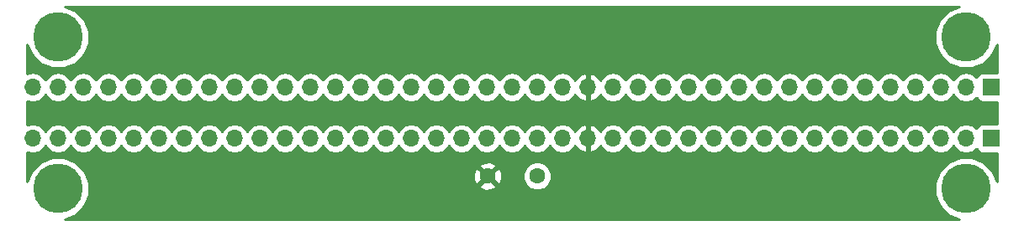
<source format=gbl>
G04 #@! TF.FileFunction,Copper,L2,Bot,Signal*
%FSLAX46Y46*%
G04 Gerber Fmt 4.6, Leading zero omitted, Abs format (unit mm)*
G04 Created by KiCad (PCBNEW 4.0.7) date 01/27/20 16:21:50*
%MOMM*%
%LPD*%
G01*
G04 APERTURE LIST*
%ADD10C,0.100000*%
%ADD11C,5.000000*%
%ADD12R,1.700000X1.700000*%
%ADD13O,1.700000X1.700000*%
%ADD14C,1.600000*%
%ADD15C,0.254000*%
G04 APERTURE END LIST*
D10*
D11*
X101600000Y-98960000D03*
X193040000Y-98960000D03*
X193040000Y-114300000D03*
X101600000Y-114300000D03*
D12*
X195580000Y-109220000D03*
D13*
X193040000Y-109220000D03*
X190500000Y-109220000D03*
X187960000Y-109220000D03*
X185420000Y-109220000D03*
X182880000Y-109220000D03*
X180340000Y-109220000D03*
X177800000Y-109220000D03*
X175260000Y-109220000D03*
X172720000Y-109220000D03*
X170180000Y-109220000D03*
X167640000Y-109220000D03*
X165100000Y-109220000D03*
X162560000Y-109220000D03*
X160020000Y-109220000D03*
X157480000Y-109220000D03*
X154940000Y-109220000D03*
X152400000Y-109220000D03*
X149860000Y-109220000D03*
X147320000Y-109220000D03*
X144780000Y-109220000D03*
X142240000Y-109220000D03*
X139700000Y-109220000D03*
X137160000Y-109220000D03*
X134620000Y-109220000D03*
X132080000Y-109220000D03*
X129540000Y-109220000D03*
X127000000Y-109220000D03*
X124460000Y-109220000D03*
X121920000Y-109220000D03*
X119380000Y-109220000D03*
X116840000Y-109220000D03*
X114300000Y-109220000D03*
X111760000Y-109220000D03*
X109220000Y-109220000D03*
X106680000Y-109220000D03*
X104140000Y-109220000D03*
X101600000Y-109220000D03*
X99060000Y-109220000D03*
D14*
X149860000Y-113030000D03*
X144860000Y-113030000D03*
D12*
X195580000Y-104040000D03*
D13*
X193040000Y-104040000D03*
X190500000Y-104040000D03*
X187960000Y-104040000D03*
X185420000Y-104040000D03*
X182880000Y-104040000D03*
X180340000Y-104040000D03*
X177800000Y-104040000D03*
X175260000Y-104040000D03*
X172720000Y-104040000D03*
X170180000Y-104040000D03*
X167640000Y-104040000D03*
X165100000Y-104040000D03*
X162560000Y-104040000D03*
X160020000Y-104040000D03*
X157480000Y-104040000D03*
X154940000Y-104040000D03*
X152400000Y-104040000D03*
X149860000Y-104040000D03*
X147320000Y-104040000D03*
X144780000Y-104040000D03*
X142240000Y-104040000D03*
X139700000Y-104040000D03*
X137160000Y-104040000D03*
X134620000Y-104040000D03*
X132080000Y-104040000D03*
X129540000Y-104040000D03*
X127000000Y-104040000D03*
X124460000Y-104040000D03*
X121920000Y-104040000D03*
X119380000Y-104040000D03*
X116840000Y-104040000D03*
X114300000Y-104040000D03*
X111760000Y-104040000D03*
X109220000Y-104040000D03*
X106680000Y-104040000D03*
X104140000Y-104040000D03*
X101600000Y-104040000D03*
X99060000Y-104040000D03*
D15*
G36*
X191266485Y-96300727D02*
X190383826Y-97181847D01*
X189905546Y-98333674D01*
X189904457Y-99580854D01*
X190380727Y-100733515D01*
X191261847Y-101616174D01*
X192413674Y-102094454D01*
X193660854Y-102095543D01*
X194813515Y-101619273D01*
X195696174Y-100738153D01*
X196140000Y-99669301D01*
X196140000Y-102542560D01*
X194730000Y-102542560D01*
X194494683Y-102586838D01*
X194278559Y-102725910D01*
X194133569Y-102938110D01*
X194119914Y-103005541D01*
X194090054Y-102960853D01*
X193608285Y-102638946D01*
X193040000Y-102525907D01*
X192471715Y-102638946D01*
X191989946Y-102960853D01*
X191770000Y-103290026D01*
X191550054Y-102960853D01*
X191068285Y-102638946D01*
X190500000Y-102525907D01*
X189931715Y-102638946D01*
X189449946Y-102960853D01*
X189230000Y-103290026D01*
X189010054Y-102960853D01*
X188528285Y-102638946D01*
X187960000Y-102525907D01*
X187391715Y-102638946D01*
X186909946Y-102960853D01*
X186690000Y-103290026D01*
X186470054Y-102960853D01*
X185988285Y-102638946D01*
X185420000Y-102525907D01*
X184851715Y-102638946D01*
X184369946Y-102960853D01*
X184150000Y-103290026D01*
X183930054Y-102960853D01*
X183448285Y-102638946D01*
X182880000Y-102525907D01*
X182311715Y-102638946D01*
X181829946Y-102960853D01*
X181610000Y-103290026D01*
X181390054Y-102960853D01*
X180908285Y-102638946D01*
X180340000Y-102525907D01*
X179771715Y-102638946D01*
X179289946Y-102960853D01*
X179070000Y-103290026D01*
X178850054Y-102960853D01*
X178368285Y-102638946D01*
X177800000Y-102525907D01*
X177231715Y-102638946D01*
X176749946Y-102960853D01*
X176530000Y-103290026D01*
X176310054Y-102960853D01*
X175828285Y-102638946D01*
X175260000Y-102525907D01*
X174691715Y-102638946D01*
X174209946Y-102960853D01*
X173990000Y-103290026D01*
X173770054Y-102960853D01*
X173288285Y-102638946D01*
X172720000Y-102525907D01*
X172151715Y-102638946D01*
X171669946Y-102960853D01*
X171450000Y-103290026D01*
X171230054Y-102960853D01*
X170748285Y-102638946D01*
X170180000Y-102525907D01*
X169611715Y-102638946D01*
X169129946Y-102960853D01*
X168910000Y-103290026D01*
X168690054Y-102960853D01*
X168208285Y-102638946D01*
X167640000Y-102525907D01*
X167071715Y-102638946D01*
X166589946Y-102960853D01*
X166370000Y-103290026D01*
X166150054Y-102960853D01*
X165668285Y-102638946D01*
X165100000Y-102525907D01*
X164531715Y-102638946D01*
X164049946Y-102960853D01*
X163830000Y-103290026D01*
X163610054Y-102960853D01*
X163128285Y-102638946D01*
X162560000Y-102525907D01*
X161991715Y-102638946D01*
X161509946Y-102960853D01*
X161290000Y-103290026D01*
X161070054Y-102960853D01*
X160588285Y-102638946D01*
X160020000Y-102525907D01*
X159451715Y-102638946D01*
X158969946Y-102960853D01*
X158750000Y-103290026D01*
X158530054Y-102960853D01*
X158048285Y-102638946D01*
X157480000Y-102525907D01*
X156911715Y-102638946D01*
X156429946Y-102960853D01*
X156202298Y-103301553D01*
X156135183Y-103158642D01*
X155706924Y-102768355D01*
X155296890Y-102598524D01*
X155067000Y-102719845D01*
X155067000Y-103913000D01*
X155087000Y-103913000D01*
X155087000Y-104167000D01*
X155067000Y-104167000D01*
X155067000Y-105360155D01*
X155296890Y-105481476D01*
X155706924Y-105311645D01*
X156135183Y-104921358D01*
X156202298Y-104778447D01*
X156429946Y-105119147D01*
X156911715Y-105441054D01*
X157480000Y-105554093D01*
X158048285Y-105441054D01*
X158530054Y-105119147D01*
X158750000Y-104789974D01*
X158969946Y-105119147D01*
X159451715Y-105441054D01*
X160020000Y-105554093D01*
X160588285Y-105441054D01*
X161070054Y-105119147D01*
X161290000Y-104789974D01*
X161509946Y-105119147D01*
X161991715Y-105441054D01*
X162560000Y-105554093D01*
X163128285Y-105441054D01*
X163610054Y-105119147D01*
X163830000Y-104789974D01*
X164049946Y-105119147D01*
X164531715Y-105441054D01*
X165100000Y-105554093D01*
X165668285Y-105441054D01*
X166150054Y-105119147D01*
X166370000Y-104789974D01*
X166589946Y-105119147D01*
X167071715Y-105441054D01*
X167640000Y-105554093D01*
X168208285Y-105441054D01*
X168690054Y-105119147D01*
X168910000Y-104789974D01*
X169129946Y-105119147D01*
X169611715Y-105441054D01*
X170180000Y-105554093D01*
X170748285Y-105441054D01*
X171230054Y-105119147D01*
X171450000Y-104789974D01*
X171669946Y-105119147D01*
X172151715Y-105441054D01*
X172720000Y-105554093D01*
X173288285Y-105441054D01*
X173770054Y-105119147D01*
X173990000Y-104789974D01*
X174209946Y-105119147D01*
X174691715Y-105441054D01*
X175260000Y-105554093D01*
X175828285Y-105441054D01*
X176310054Y-105119147D01*
X176530000Y-104789974D01*
X176749946Y-105119147D01*
X177231715Y-105441054D01*
X177800000Y-105554093D01*
X178368285Y-105441054D01*
X178850054Y-105119147D01*
X179070000Y-104789974D01*
X179289946Y-105119147D01*
X179771715Y-105441054D01*
X180340000Y-105554093D01*
X180908285Y-105441054D01*
X181390054Y-105119147D01*
X181610000Y-104789974D01*
X181829946Y-105119147D01*
X182311715Y-105441054D01*
X182880000Y-105554093D01*
X183448285Y-105441054D01*
X183930054Y-105119147D01*
X184150000Y-104789974D01*
X184369946Y-105119147D01*
X184851715Y-105441054D01*
X185420000Y-105554093D01*
X185988285Y-105441054D01*
X186470054Y-105119147D01*
X186690000Y-104789974D01*
X186909946Y-105119147D01*
X187391715Y-105441054D01*
X187960000Y-105554093D01*
X188528285Y-105441054D01*
X189010054Y-105119147D01*
X189230000Y-104789974D01*
X189449946Y-105119147D01*
X189931715Y-105441054D01*
X190500000Y-105554093D01*
X191068285Y-105441054D01*
X191550054Y-105119147D01*
X191770000Y-104789974D01*
X191989946Y-105119147D01*
X192471715Y-105441054D01*
X193040000Y-105554093D01*
X193608285Y-105441054D01*
X194090054Y-105119147D01*
X194117850Y-105077548D01*
X194126838Y-105125317D01*
X194265910Y-105341441D01*
X194478110Y-105486431D01*
X194730000Y-105537440D01*
X196140000Y-105537440D01*
X196140000Y-107722560D01*
X194730000Y-107722560D01*
X194494683Y-107766838D01*
X194278559Y-107905910D01*
X194133569Y-108118110D01*
X194119914Y-108185541D01*
X194090054Y-108140853D01*
X193608285Y-107818946D01*
X193040000Y-107705907D01*
X192471715Y-107818946D01*
X191989946Y-108140853D01*
X191770000Y-108470026D01*
X191550054Y-108140853D01*
X191068285Y-107818946D01*
X190500000Y-107705907D01*
X189931715Y-107818946D01*
X189449946Y-108140853D01*
X189230000Y-108470026D01*
X189010054Y-108140853D01*
X188528285Y-107818946D01*
X187960000Y-107705907D01*
X187391715Y-107818946D01*
X186909946Y-108140853D01*
X186690000Y-108470026D01*
X186470054Y-108140853D01*
X185988285Y-107818946D01*
X185420000Y-107705907D01*
X184851715Y-107818946D01*
X184369946Y-108140853D01*
X184150000Y-108470026D01*
X183930054Y-108140853D01*
X183448285Y-107818946D01*
X182880000Y-107705907D01*
X182311715Y-107818946D01*
X181829946Y-108140853D01*
X181610000Y-108470026D01*
X181390054Y-108140853D01*
X180908285Y-107818946D01*
X180340000Y-107705907D01*
X179771715Y-107818946D01*
X179289946Y-108140853D01*
X179070000Y-108470026D01*
X178850054Y-108140853D01*
X178368285Y-107818946D01*
X177800000Y-107705907D01*
X177231715Y-107818946D01*
X176749946Y-108140853D01*
X176530000Y-108470026D01*
X176310054Y-108140853D01*
X175828285Y-107818946D01*
X175260000Y-107705907D01*
X174691715Y-107818946D01*
X174209946Y-108140853D01*
X173990000Y-108470026D01*
X173770054Y-108140853D01*
X173288285Y-107818946D01*
X172720000Y-107705907D01*
X172151715Y-107818946D01*
X171669946Y-108140853D01*
X171450000Y-108470026D01*
X171230054Y-108140853D01*
X170748285Y-107818946D01*
X170180000Y-107705907D01*
X169611715Y-107818946D01*
X169129946Y-108140853D01*
X168910000Y-108470026D01*
X168690054Y-108140853D01*
X168208285Y-107818946D01*
X167640000Y-107705907D01*
X167071715Y-107818946D01*
X166589946Y-108140853D01*
X166370000Y-108470026D01*
X166150054Y-108140853D01*
X165668285Y-107818946D01*
X165100000Y-107705907D01*
X164531715Y-107818946D01*
X164049946Y-108140853D01*
X163830000Y-108470026D01*
X163610054Y-108140853D01*
X163128285Y-107818946D01*
X162560000Y-107705907D01*
X161991715Y-107818946D01*
X161509946Y-108140853D01*
X161290000Y-108470026D01*
X161070054Y-108140853D01*
X160588285Y-107818946D01*
X160020000Y-107705907D01*
X159451715Y-107818946D01*
X158969946Y-108140853D01*
X158750000Y-108470026D01*
X158530054Y-108140853D01*
X158048285Y-107818946D01*
X157480000Y-107705907D01*
X156911715Y-107818946D01*
X156429946Y-108140853D01*
X156202298Y-108481553D01*
X156135183Y-108338642D01*
X155706924Y-107948355D01*
X155296890Y-107778524D01*
X155067000Y-107899845D01*
X155067000Y-109093000D01*
X155087000Y-109093000D01*
X155087000Y-109347000D01*
X155067000Y-109347000D01*
X155067000Y-110540155D01*
X155296890Y-110661476D01*
X155706924Y-110491645D01*
X156135183Y-110101358D01*
X156202298Y-109958447D01*
X156429946Y-110299147D01*
X156911715Y-110621054D01*
X157480000Y-110734093D01*
X158048285Y-110621054D01*
X158530054Y-110299147D01*
X158750000Y-109969974D01*
X158969946Y-110299147D01*
X159451715Y-110621054D01*
X160020000Y-110734093D01*
X160588285Y-110621054D01*
X161070054Y-110299147D01*
X161290000Y-109969974D01*
X161509946Y-110299147D01*
X161991715Y-110621054D01*
X162560000Y-110734093D01*
X163128285Y-110621054D01*
X163610054Y-110299147D01*
X163830000Y-109969974D01*
X164049946Y-110299147D01*
X164531715Y-110621054D01*
X165100000Y-110734093D01*
X165668285Y-110621054D01*
X166150054Y-110299147D01*
X166370000Y-109969974D01*
X166589946Y-110299147D01*
X167071715Y-110621054D01*
X167640000Y-110734093D01*
X168208285Y-110621054D01*
X168690054Y-110299147D01*
X168910000Y-109969974D01*
X169129946Y-110299147D01*
X169611715Y-110621054D01*
X170180000Y-110734093D01*
X170748285Y-110621054D01*
X171230054Y-110299147D01*
X171450000Y-109969974D01*
X171669946Y-110299147D01*
X172151715Y-110621054D01*
X172720000Y-110734093D01*
X173288285Y-110621054D01*
X173770054Y-110299147D01*
X173990000Y-109969974D01*
X174209946Y-110299147D01*
X174691715Y-110621054D01*
X175260000Y-110734093D01*
X175828285Y-110621054D01*
X176310054Y-110299147D01*
X176530000Y-109969974D01*
X176749946Y-110299147D01*
X177231715Y-110621054D01*
X177800000Y-110734093D01*
X178368285Y-110621054D01*
X178850054Y-110299147D01*
X179070000Y-109969974D01*
X179289946Y-110299147D01*
X179771715Y-110621054D01*
X180340000Y-110734093D01*
X180908285Y-110621054D01*
X181390054Y-110299147D01*
X181610000Y-109969974D01*
X181829946Y-110299147D01*
X182311715Y-110621054D01*
X182880000Y-110734093D01*
X183448285Y-110621054D01*
X183930054Y-110299147D01*
X184150000Y-109969974D01*
X184369946Y-110299147D01*
X184851715Y-110621054D01*
X185420000Y-110734093D01*
X185988285Y-110621054D01*
X186470054Y-110299147D01*
X186690000Y-109969974D01*
X186909946Y-110299147D01*
X187391715Y-110621054D01*
X187960000Y-110734093D01*
X188528285Y-110621054D01*
X189010054Y-110299147D01*
X189230000Y-109969974D01*
X189449946Y-110299147D01*
X189931715Y-110621054D01*
X190500000Y-110734093D01*
X191068285Y-110621054D01*
X191550054Y-110299147D01*
X191770000Y-109969974D01*
X191989946Y-110299147D01*
X192471715Y-110621054D01*
X193040000Y-110734093D01*
X193608285Y-110621054D01*
X194090054Y-110299147D01*
X194117850Y-110257548D01*
X194126838Y-110305317D01*
X194265910Y-110521441D01*
X194478110Y-110666431D01*
X194730000Y-110717440D01*
X196140000Y-110717440D01*
X196140000Y-113593125D01*
X195699273Y-112526485D01*
X194818153Y-111643826D01*
X193666326Y-111165546D01*
X192419146Y-111164457D01*
X191266485Y-111640727D01*
X190383826Y-112521847D01*
X189905546Y-113673674D01*
X189904457Y-114920854D01*
X190380727Y-116073515D01*
X191261847Y-116956174D01*
X192330699Y-117400000D01*
X102306875Y-117400000D01*
X103373515Y-116959273D01*
X104256174Y-116078153D01*
X104734454Y-114926326D01*
X104735229Y-114037745D01*
X144031861Y-114037745D01*
X144105995Y-114283864D01*
X144643223Y-114476965D01*
X145213454Y-114449778D01*
X145614005Y-114283864D01*
X145688139Y-114037745D01*
X144860000Y-113209605D01*
X144031861Y-114037745D01*
X104735229Y-114037745D01*
X104735543Y-113679146D01*
X104377751Y-112813223D01*
X143413035Y-112813223D01*
X143440222Y-113383454D01*
X143606136Y-113784005D01*
X143852255Y-113858139D01*
X144680395Y-113030000D01*
X145039605Y-113030000D01*
X145867745Y-113858139D01*
X146113864Y-113784005D01*
X146282735Y-113314187D01*
X148424752Y-113314187D01*
X148642757Y-113841800D01*
X149046077Y-114245824D01*
X149573309Y-114464750D01*
X150144187Y-114465248D01*
X150671800Y-114247243D01*
X151075824Y-113843923D01*
X151294750Y-113316691D01*
X151295248Y-112745813D01*
X151077243Y-112218200D01*
X150673923Y-111814176D01*
X150146691Y-111595250D01*
X149575813Y-111594752D01*
X149048200Y-111812757D01*
X148644176Y-112216077D01*
X148425250Y-112743309D01*
X148424752Y-113314187D01*
X146282735Y-113314187D01*
X146306965Y-113246777D01*
X146279778Y-112676546D01*
X146113864Y-112275995D01*
X145867745Y-112201861D01*
X145039605Y-113030000D01*
X144680395Y-113030000D01*
X143852255Y-112201861D01*
X143606136Y-112275995D01*
X143413035Y-112813223D01*
X104377751Y-112813223D01*
X104259273Y-112526485D01*
X103755923Y-112022255D01*
X144031861Y-112022255D01*
X144860000Y-112850395D01*
X145688139Y-112022255D01*
X145614005Y-111776136D01*
X145076777Y-111583035D01*
X144506546Y-111610222D01*
X144105995Y-111776136D01*
X144031861Y-112022255D01*
X103755923Y-112022255D01*
X103378153Y-111643826D01*
X102226326Y-111165546D01*
X100979146Y-111164457D01*
X99826485Y-111640727D01*
X98943826Y-112521847D01*
X98500000Y-113590699D01*
X98500000Y-110622702D01*
X99060000Y-110734093D01*
X99628285Y-110621054D01*
X100110054Y-110299147D01*
X100330000Y-109969974D01*
X100549946Y-110299147D01*
X101031715Y-110621054D01*
X101600000Y-110734093D01*
X102168285Y-110621054D01*
X102650054Y-110299147D01*
X102870000Y-109969974D01*
X103089946Y-110299147D01*
X103571715Y-110621054D01*
X104140000Y-110734093D01*
X104708285Y-110621054D01*
X105190054Y-110299147D01*
X105410000Y-109969974D01*
X105629946Y-110299147D01*
X106111715Y-110621054D01*
X106680000Y-110734093D01*
X107248285Y-110621054D01*
X107730054Y-110299147D01*
X107950000Y-109969974D01*
X108169946Y-110299147D01*
X108651715Y-110621054D01*
X109220000Y-110734093D01*
X109788285Y-110621054D01*
X110270054Y-110299147D01*
X110490000Y-109969974D01*
X110709946Y-110299147D01*
X111191715Y-110621054D01*
X111760000Y-110734093D01*
X112328285Y-110621054D01*
X112810054Y-110299147D01*
X113030000Y-109969974D01*
X113249946Y-110299147D01*
X113731715Y-110621054D01*
X114300000Y-110734093D01*
X114868285Y-110621054D01*
X115350054Y-110299147D01*
X115570000Y-109969974D01*
X115789946Y-110299147D01*
X116271715Y-110621054D01*
X116840000Y-110734093D01*
X117408285Y-110621054D01*
X117890054Y-110299147D01*
X118110000Y-109969974D01*
X118329946Y-110299147D01*
X118811715Y-110621054D01*
X119380000Y-110734093D01*
X119948285Y-110621054D01*
X120430054Y-110299147D01*
X120650000Y-109969974D01*
X120869946Y-110299147D01*
X121351715Y-110621054D01*
X121920000Y-110734093D01*
X122488285Y-110621054D01*
X122970054Y-110299147D01*
X123190000Y-109969974D01*
X123409946Y-110299147D01*
X123891715Y-110621054D01*
X124460000Y-110734093D01*
X125028285Y-110621054D01*
X125510054Y-110299147D01*
X125730000Y-109969974D01*
X125949946Y-110299147D01*
X126431715Y-110621054D01*
X127000000Y-110734093D01*
X127568285Y-110621054D01*
X128050054Y-110299147D01*
X128270000Y-109969974D01*
X128489946Y-110299147D01*
X128971715Y-110621054D01*
X129540000Y-110734093D01*
X130108285Y-110621054D01*
X130590054Y-110299147D01*
X130810000Y-109969974D01*
X131029946Y-110299147D01*
X131511715Y-110621054D01*
X132080000Y-110734093D01*
X132648285Y-110621054D01*
X133130054Y-110299147D01*
X133350000Y-109969974D01*
X133569946Y-110299147D01*
X134051715Y-110621054D01*
X134620000Y-110734093D01*
X135188285Y-110621054D01*
X135670054Y-110299147D01*
X135890000Y-109969974D01*
X136109946Y-110299147D01*
X136591715Y-110621054D01*
X137160000Y-110734093D01*
X137728285Y-110621054D01*
X138210054Y-110299147D01*
X138430000Y-109969974D01*
X138649946Y-110299147D01*
X139131715Y-110621054D01*
X139700000Y-110734093D01*
X140268285Y-110621054D01*
X140750054Y-110299147D01*
X140970000Y-109969974D01*
X141189946Y-110299147D01*
X141671715Y-110621054D01*
X142240000Y-110734093D01*
X142808285Y-110621054D01*
X143290054Y-110299147D01*
X143510000Y-109969974D01*
X143729946Y-110299147D01*
X144211715Y-110621054D01*
X144780000Y-110734093D01*
X145348285Y-110621054D01*
X145830054Y-110299147D01*
X146050000Y-109969974D01*
X146269946Y-110299147D01*
X146751715Y-110621054D01*
X147320000Y-110734093D01*
X147888285Y-110621054D01*
X148370054Y-110299147D01*
X148590000Y-109969974D01*
X148809946Y-110299147D01*
X149291715Y-110621054D01*
X149860000Y-110734093D01*
X150428285Y-110621054D01*
X150910054Y-110299147D01*
X151130000Y-109969974D01*
X151349946Y-110299147D01*
X151831715Y-110621054D01*
X152400000Y-110734093D01*
X152968285Y-110621054D01*
X153450054Y-110299147D01*
X153677702Y-109958447D01*
X153744817Y-110101358D01*
X154173076Y-110491645D01*
X154583110Y-110661476D01*
X154813000Y-110540155D01*
X154813000Y-109347000D01*
X154793000Y-109347000D01*
X154793000Y-109093000D01*
X154813000Y-109093000D01*
X154813000Y-107899845D01*
X154583110Y-107778524D01*
X154173076Y-107948355D01*
X153744817Y-108338642D01*
X153677702Y-108481553D01*
X153450054Y-108140853D01*
X152968285Y-107818946D01*
X152400000Y-107705907D01*
X151831715Y-107818946D01*
X151349946Y-108140853D01*
X151130000Y-108470026D01*
X150910054Y-108140853D01*
X150428285Y-107818946D01*
X149860000Y-107705907D01*
X149291715Y-107818946D01*
X148809946Y-108140853D01*
X148590000Y-108470026D01*
X148370054Y-108140853D01*
X147888285Y-107818946D01*
X147320000Y-107705907D01*
X146751715Y-107818946D01*
X146269946Y-108140853D01*
X146050000Y-108470026D01*
X145830054Y-108140853D01*
X145348285Y-107818946D01*
X144780000Y-107705907D01*
X144211715Y-107818946D01*
X143729946Y-108140853D01*
X143510000Y-108470026D01*
X143290054Y-108140853D01*
X142808285Y-107818946D01*
X142240000Y-107705907D01*
X141671715Y-107818946D01*
X141189946Y-108140853D01*
X140970000Y-108470026D01*
X140750054Y-108140853D01*
X140268285Y-107818946D01*
X139700000Y-107705907D01*
X139131715Y-107818946D01*
X138649946Y-108140853D01*
X138430000Y-108470026D01*
X138210054Y-108140853D01*
X137728285Y-107818946D01*
X137160000Y-107705907D01*
X136591715Y-107818946D01*
X136109946Y-108140853D01*
X135890000Y-108470026D01*
X135670054Y-108140853D01*
X135188285Y-107818946D01*
X134620000Y-107705907D01*
X134051715Y-107818946D01*
X133569946Y-108140853D01*
X133350000Y-108470026D01*
X133130054Y-108140853D01*
X132648285Y-107818946D01*
X132080000Y-107705907D01*
X131511715Y-107818946D01*
X131029946Y-108140853D01*
X130810000Y-108470026D01*
X130590054Y-108140853D01*
X130108285Y-107818946D01*
X129540000Y-107705907D01*
X128971715Y-107818946D01*
X128489946Y-108140853D01*
X128270000Y-108470026D01*
X128050054Y-108140853D01*
X127568285Y-107818946D01*
X127000000Y-107705907D01*
X126431715Y-107818946D01*
X125949946Y-108140853D01*
X125730000Y-108470026D01*
X125510054Y-108140853D01*
X125028285Y-107818946D01*
X124460000Y-107705907D01*
X123891715Y-107818946D01*
X123409946Y-108140853D01*
X123190000Y-108470026D01*
X122970054Y-108140853D01*
X122488285Y-107818946D01*
X121920000Y-107705907D01*
X121351715Y-107818946D01*
X120869946Y-108140853D01*
X120650000Y-108470026D01*
X120430054Y-108140853D01*
X119948285Y-107818946D01*
X119380000Y-107705907D01*
X118811715Y-107818946D01*
X118329946Y-108140853D01*
X118110000Y-108470026D01*
X117890054Y-108140853D01*
X117408285Y-107818946D01*
X116840000Y-107705907D01*
X116271715Y-107818946D01*
X115789946Y-108140853D01*
X115570000Y-108470026D01*
X115350054Y-108140853D01*
X114868285Y-107818946D01*
X114300000Y-107705907D01*
X113731715Y-107818946D01*
X113249946Y-108140853D01*
X113030000Y-108470026D01*
X112810054Y-108140853D01*
X112328285Y-107818946D01*
X111760000Y-107705907D01*
X111191715Y-107818946D01*
X110709946Y-108140853D01*
X110490000Y-108470026D01*
X110270054Y-108140853D01*
X109788285Y-107818946D01*
X109220000Y-107705907D01*
X108651715Y-107818946D01*
X108169946Y-108140853D01*
X107950000Y-108470026D01*
X107730054Y-108140853D01*
X107248285Y-107818946D01*
X106680000Y-107705907D01*
X106111715Y-107818946D01*
X105629946Y-108140853D01*
X105410000Y-108470026D01*
X105190054Y-108140853D01*
X104708285Y-107818946D01*
X104140000Y-107705907D01*
X103571715Y-107818946D01*
X103089946Y-108140853D01*
X102870000Y-108470026D01*
X102650054Y-108140853D01*
X102168285Y-107818946D01*
X101600000Y-107705907D01*
X101031715Y-107818946D01*
X100549946Y-108140853D01*
X100330000Y-108470026D01*
X100110054Y-108140853D01*
X99628285Y-107818946D01*
X99060000Y-107705907D01*
X98500000Y-107817298D01*
X98500000Y-105442702D01*
X99060000Y-105554093D01*
X99628285Y-105441054D01*
X100110054Y-105119147D01*
X100330000Y-104789974D01*
X100549946Y-105119147D01*
X101031715Y-105441054D01*
X101600000Y-105554093D01*
X102168285Y-105441054D01*
X102650054Y-105119147D01*
X102870000Y-104789974D01*
X103089946Y-105119147D01*
X103571715Y-105441054D01*
X104140000Y-105554093D01*
X104708285Y-105441054D01*
X105190054Y-105119147D01*
X105410000Y-104789974D01*
X105629946Y-105119147D01*
X106111715Y-105441054D01*
X106680000Y-105554093D01*
X107248285Y-105441054D01*
X107730054Y-105119147D01*
X107950000Y-104789974D01*
X108169946Y-105119147D01*
X108651715Y-105441054D01*
X109220000Y-105554093D01*
X109788285Y-105441054D01*
X110270054Y-105119147D01*
X110490000Y-104789974D01*
X110709946Y-105119147D01*
X111191715Y-105441054D01*
X111760000Y-105554093D01*
X112328285Y-105441054D01*
X112810054Y-105119147D01*
X113030000Y-104789974D01*
X113249946Y-105119147D01*
X113731715Y-105441054D01*
X114300000Y-105554093D01*
X114868285Y-105441054D01*
X115350054Y-105119147D01*
X115570000Y-104789974D01*
X115789946Y-105119147D01*
X116271715Y-105441054D01*
X116840000Y-105554093D01*
X117408285Y-105441054D01*
X117890054Y-105119147D01*
X118110000Y-104789974D01*
X118329946Y-105119147D01*
X118811715Y-105441054D01*
X119380000Y-105554093D01*
X119948285Y-105441054D01*
X120430054Y-105119147D01*
X120650000Y-104789974D01*
X120869946Y-105119147D01*
X121351715Y-105441054D01*
X121920000Y-105554093D01*
X122488285Y-105441054D01*
X122970054Y-105119147D01*
X123190000Y-104789974D01*
X123409946Y-105119147D01*
X123891715Y-105441054D01*
X124460000Y-105554093D01*
X125028285Y-105441054D01*
X125510054Y-105119147D01*
X125730000Y-104789974D01*
X125949946Y-105119147D01*
X126431715Y-105441054D01*
X127000000Y-105554093D01*
X127568285Y-105441054D01*
X128050054Y-105119147D01*
X128270000Y-104789974D01*
X128489946Y-105119147D01*
X128971715Y-105441054D01*
X129540000Y-105554093D01*
X130108285Y-105441054D01*
X130590054Y-105119147D01*
X130810000Y-104789974D01*
X131029946Y-105119147D01*
X131511715Y-105441054D01*
X132080000Y-105554093D01*
X132648285Y-105441054D01*
X133130054Y-105119147D01*
X133350000Y-104789974D01*
X133569946Y-105119147D01*
X134051715Y-105441054D01*
X134620000Y-105554093D01*
X135188285Y-105441054D01*
X135670054Y-105119147D01*
X135890000Y-104789974D01*
X136109946Y-105119147D01*
X136591715Y-105441054D01*
X137160000Y-105554093D01*
X137728285Y-105441054D01*
X138210054Y-105119147D01*
X138430000Y-104789974D01*
X138649946Y-105119147D01*
X139131715Y-105441054D01*
X139700000Y-105554093D01*
X140268285Y-105441054D01*
X140750054Y-105119147D01*
X140970000Y-104789974D01*
X141189946Y-105119147D01*
X141671715Y-105441054D01*
X142240000Y-105554093D01*
X142808285Y-105441054D01*
X143290054Y-105119147D01*
X143510000Y-104789974D01*
X143729946Y-105119147D01*
X144211715Y-105441054D01*
X144780000Y-105554093D01*
X145348285Y-105441054D01*
X145830054Y-105119147D01*
X146050000Y-104789974D01*
X146269946Y-105119147D01*
X146751715Y-105441054D01*
X147320000Y-105554093D01*
X147888285Y-105441054D01*
X148370054Y-105119147D01*
X148590000Y-104789974D01*
X148809946Y-105119147D01*
X149291715Y-105441054D01*
X149860000Y-105554093D01*
X150428285Y-105441054D01*
X150910054Y-105119147D01*
X151130000Y-104789974D01*
X151349946Y-105119147D01*
X151831715Y-105441054D01*
X152400000Y-105554093D01*
X152968285Y-105441054D01*
X153450054Y-105119147D01*
X153677702Y-104778447D01*
X153744817Y-104921358D01*
X154173076Y-105311645D01*
X154583110Y-105481476D01*
X154813000Y-105360155D01*
X154813000Y-104167000D01*
X154793000Y-104167000D01*
X154793000Y-103913000D01*
X154813000Y-103913000D01*
X154813000Y-102719845D01*
X154583110Y-102598524D01*
X154173076Y-102768355D01*
X153744817Y-103158642D01*
X153677702Y-103301553D01*
X153450054Y-102960853D01*
X152968285Y-102638946D01*
X152400000Y-102525907D01*
X151831715Y-102638946D01*
X151349946Y-102960853D01*
X151130000Y-103290026D01*
X150910054Y-102960853D01*
X150428285Y-102638946D01*
X149860000Y-102525907D01*
X149291715Y-102638946D01*
X148809946Y-102960853D01*
X148590000Y-103290026D01*
X148370054Y-102960853D01*
X147888285Y-102638946D01*
X147320000Y-102525907D01*
X146751715Y-102638946D01*
X146269946Y-102960853D01*
X146050000Y-103290026D01*
X145830054Y-102960853D01*
X145348285Y-102638946D01*
X144780000Y-102525907D01*
X144211715Y-102638946D01*
X143729946Y-102960853D01*
X143510000Y-103290026D01*
X143290054Y-102960853D01*
X142808285Y-102638946D01*
X142240000Y-102525907D01*
X141671715Y-102638946D01*
X141189946Y-102960853D01*
X140970000Y-103290026D01*
X140750054Y-102960853D01*
X140268285Y-102638946D01*
X139700000Y-102525907D01*
X139131715Y-102638946D01*
X138649946Y-102960853D01*
X138430000Y-103290026D01*
X138210054Y-102960853D01*
X137728285Y-102638946D01*
X137160000Y-102525907D01*
X136591715Y-102638946D01*
X136109946Y-102960853D01*
X135890000Y-103290026D01*
X135670054Y-102960853D01*
X135188285Y-102638946D01*
X134620000Y-102525907D01*
X134051715Y-102638946D01*
X133569946Y-102960853D01*
X133350000Y-103290026D01*
X133130054Y-102960853D01*
X132648285Y-102638946D01*
X132080000Y-102525907D01*
X131511715Y-102638946D01*
X131029946Y-102960853D01*
X130810000Y-103290026D01*
X130590054Y-102960853D01*
X130108285Y-102638946D01*
X129540000Y-102525907D01*
X128971715Y-102638946D01*
X128489946Y-102960853D01*
X128270000Y-103290026D01*
X128050054Y-102960853D01*
X127568285Y-102638946D01*
X127000000Y-102525907D01*
X126431715Y-102638946D01*
X125949946Y-102960853D01*
X125730000Y-103290026D01*
X125510054Y-102960853D01*
X125028285Y-102638946D01*
X124460000Y-102525907D01*
X123891715Y-102638946D01*
X123409946Y-102960853D01*
X123190000Y-103290026D01*
X122970054Y-102960853D01*
X122488285Y-102638946D01*
X121920000Y-102525907D01*
X121351715Y-102638946D01*
X120869946Y-102960853D01*
X120650000Y-103290026D01*
X120430054Y-102960853D01*
X119948285Y-102638946D01*
X119380000Y-102525907D01*
X118811715Y-102638946D01*
X118329946Y-102960853D01*
X118110000Y-103290026D01*
X117890054Y-102960853D01*
X117408285Y-102638946D01*
X116840000Y-102525907D01*
X116271715Y-102638946D01*
X115789946Y-102960853D01*
X115570000Y-103290026D01*
X115350054Y-102960853D01*
X114868285Y-102638946D01*
X114300000Y-102525907D01*
X113731715Y-102638946D01*
X113249946Y-102960853D01*
X113030000Y-103290026D01*
X112810054Y-102960853D01*
X112328285Y-102638946D01*
X111760000Y-102525907D01*
X111191715Y-102638946D01*
X110709946Y-102960853D01*
X110490000Y-103290026D01*
X110270054Y-102960853D01*
X109788285Y-102638946D01*
X109220000Y-102525907D01*
X108651715Y-102638946D01*
X108169946Y-102960853D01*
X107950000Y-103290026D01*
X107730054Y-102960853D01*
X107248285Y-102638946D01*
X106680000Y-102525907D01*
X106111715Y-102638946D01*
X105629946Y-102960853D01*
X105410000Y-103290026D01*
X105190054Y-102960853D01*
X104708285Y-102638946D01*
X104140000Y-102525907D01*
X103571715Y-102638946D01*
X103089946Y-102960853D01*
X102870000Y-103290026D01*
X102650054Y-102960853D01*
X102168285Y-102638946D01*
X101600000Y-102525907D01*
X101031715Y-102638946D01*
X100549946Y-102960853D01*
X100330000Y-103290026D01*
X100110054Y-102960853D01*
X99628285Y-102638946D01*
X99060000Y-102525907D01*
X98500000Y-102637298D01*
X98500000Y-99666875D01*
X98940727Y-100733515D01*
X99821847Y-101616174D01*
X100973674Y-102094454D01*
X102220854Y-102095543D01*
X103373515Y-101619273D01*
X104256174Y-100738153D01*
X104734454Y-99586326D01*
X104735543Y-98339146D01*
X104259273Y-97186485D01*
X103378153Y-96303826D01*
X102309301Y-95860000D01*
X192333125Y-95860000D01*
X191266485Y-96300727D01*
X191266485Y-96300727D01*
G37*
X191266485Y-96300727D02*
X190383826Y-97181847D01*
X189905546Y-98333674D01*
X189904457Y-99580854D01*
X190380727Y-100733515D01*
X191261847Y-101616174D01*
X192413674Y-102094454D01*
X193660854Y-102095543D01*
X194813515Y-101619273D01*
X195696174Y-100738153D01*
X196140000Y-99669301D01*
X196140000Y-102542560D01*
X194730000Y-102542560D01*
X194494683Y-102586838D01*
X194278559Y-102725910D01*
X194133569Y-102938110D01*
X194119914Y-103005541D01*
X194090054Y-102960853D01*
X193608285Y-102638946D01*
X193040000Y-102525907D01*
X192471715Y-102638946D01*
X191989946Y-102960853D01*
X191770000Y-103290026D01*
X191550054Y-102960853D01*
X191068285Y-102638946D01*
X190500000Y-102525907D01*
X189931715Y-102638946D01*
X189449946Y-102960853D01*
X189230000Y-103290026D01*
X189010054Y-102960853D01*
X188528285Y-102638946D01*
X187960000Y-102525907D01*
X187391715Y-102638946D01*
X186909946Y-102960853D01*
X186690000Y-103290026D01*
X186470054Y-102960853D01*
X185988285Y-102638946D01*
X185420000Y-102525907D01*
X184851715Y-102638946D01*
X184369946Y-102960853D01*
X184150000Y-103290026D01*
X183930054Y-102960853D01*
X183448285Y-102638946D01*
X182880000Y-102525907D01*
X182311715Y-102638946D01*
X181829946Y-102960853D01*
X181610000Y-103290026D01*
X181390054Y-102960853D01*
X180908285Y-102638946D01*
X180340000Y-102525907D01*
X179771715Y-102638946D01*
X179289946Y-102960853D01*
X179070000Y-103290026D01*
X178850054Y-102960853D01*
X178368285Y-102638946D01*
X177800000Y-102525907D01*
X177231715Y-102638946D01*
X176749946Y-102960853D01*
X176530000Y-103290026D01*
X176310054Y-102960853D01*
X175828285Y-102638946D01*
X175260000Y-102525907D01*
X174691715Y-102638946D01*
X174209946Y-102960853D01*
X173990000Y-103290026D01*
X173770054Y-102960853D01*
X173288285Y-102638946D01*
X172720000Y-102525907D01*
X172151715Y-102638946D01*
X171669946Y-102960853D01*
X171450000Y-103290026D01*
X171230054Y-102960853D01*
X170748285Y-102638946D01*
X170180000Y-102525907D01*
X169611715Y-102638946D01*
X169129946Y-102960853D01*
X168910000Y-103290026D01*
X168690054Y-102960853D01*
X168208285Y-102638946D01*
X167640000Y-102525907D01*
X167071715Y-102638946D01*
X166589946Y-102960853D01*
X166370000Y-103290026D01*
X166150054Y-102960853D01*
X165668285Y-102638946D01*
X165100000Y-102525907D01*
X164531715Y-102638946D01*
X164049946Y-102960853D01*
X163830000Y-103290026D01*
X163610054Y-102960853D01*
X163128285Y-102638946D01*
X162560000Y-102525907D01*
X161991715Y-102638946D01*
X161509946Y-102960853D01*
X161290000Y-103290026D01*
X161070054Y-102960853D01*
X160588285Y-102638946D01*
X160020000Y-102525907D01*
X159451715Y-102638946D01*
X158969946Y-102960853D01*
X158750000Y-103290026D01*
X158530054Y-102960853D01*
X158048285Y-102638946D01*
X157480000Y-102525907D01*
X156911715Y-102638946D01*
X156429946Y-102960853D01*
X156202298Y-103301553D01*
X156135183Y-103158642D01*
X155706924Y-102768355D01*
X155296890Y-102598524D01*
X155067000Y-102719845D01*
X155067000Y-103913000D01*
X155087000Y-103913000D01*
X155087000Y-104167000D01*
X155067000Y-104167000D01*
X155067000Y-105360155D01*
X155296890Y-105481476D01*
X155706924Y-105311645D01*
X156135183Y-104921358D01*
X156202298Y-104778447D01*
X156429946Y-105119147D01*
X156911715Y-105441054D01*
X157480000Y-105554093D01*
X158048285Y-105441054D01*
X158530054Y-105119147D01*
X158750000Y-104789974D01*
X158969946Y-105119147D01*
X159451715Y-105441054D01*
X160020000Y-105554093D01*
X160588285Y-105441054D01*
X161070054Y-105119147D01*
X161290000Y-104789974D01*
X161509946Y-105119147D01*
X161991715Y-105441054D01*
X162560000Y-105554093D01*
X163128285Y-105441054D01*
X163610054Y-105119147D01*
X163830000Y-104789974D01*
X164049946Y-105119147D01*
X164531715Y-105441054D01*
X165100000Y-105554093D01*
X165668285Y-105441054D01*
X166150054Y-105119147D01*
X166370000Y-104789974D01*
X166589946Y-105119147D01*
X167071715Y-105441054D01*
X167640000Y-105554093D01*
X168208285Y-105441054D01*
X168690054Y-105119147D01*
X168910000Y-104789974D01*
X169129946Y-105119147D01*
X169611715Y-105441054D01*
X170180000Y-105554093D01*
X170748285Y-105441054D01*
X171230054Y-105119147D01*
X171450000Y-104789974D01*
X171669946Y-105119147D01*
X172151715Y-105441054D01*
X172720000Y-105554093D01*
X173288285Y-105441054D01*
X173770054Y-105119147D01*
X173990000Y-104789974D01*
X174209946Y-105119147D01*
X174691715Y-105441054D01*
X175260000Y-105554093D01*
X175828285Y-105441054D01*
X176310054Y-105119147D01*
X176530000Y-104789974D01*
X176749946Y-105119147D01*
X177231715Y-105441054D01*
X177800000Y-105554093D01*
X178368285Y-105441054D01*
X178850054Y-105119147D01*
X179070000Y-104789974D01*
X179289946Y-105119147D01*
X179771715Y-105441054D01*
X180340000Y-105554093D01*
X180908285Y-105441054D01*
X181390054Y-105119147D01*
X181610000Y-104789974D01*
X181829946Y-105119147D01*
X182311715Y-105441054D01*
X182880000Y-105554093D01*
X183448285Y-105441054D01*
X183930054Y-105119147D01*
X184150000Y-104789974D01*
X184369946Y-105119147D01*
X184851715Y-105441054D01*
X185420000Y-105554093D01*
X185988285Y-105441054D01*
X186470054Y-105119147D01*
X186690000Y-104789974D01*
X186909946Y-105119147D01*
X187391715Y-105441054D01*
X187960000Y-105554093D01*
X188528285Y-105441054D01*
X189010054Y-105119147D01*
X189230000Y-104789974D01*
X189449946Y-105119147D01*
X189931715Y-105441054D01*
X190500000Y-105554093D01*
X191068285Y-105441054D01*
X191550054Y-105119147D01*
X191770000Y-104789974D01*
X191989946Y-105119147D01*
X192471715Y-105441054D01*
X193040000Y-105554093D01*
X193608285Y-105441054D01*
X194090054Y-105119147D01*
X194117850Y-105077548D01*
X194126838Y-105125317D01*
X194265910Y-105341441D01*
X194478110Y-105486431D01*
X194730000Y-105537440D01*
X196140000Y-105537440D01*
X196140000Y-107722560D01*
X194730000Y-107722560D01*
X194494683Y-107766838D01*
X194278559Y-107905910D01*
X194133569Y-108118110D01*
X194119914Y-108185541D01*
X194090054Y-108140853D01*
X193608285Y-107818946D01*
X193040000Y-107705907D01*
X192471715Y-107818946D01*
X191989946Y-108140853D01*
X191770000Y-108470026D01*
X191550054Y-108140853D01*
X191068285Y-107818946D01*
X190500000Y-107705907D01*
X189931715Y-107818946D01*
X189449946Y-108140853D01*
X189230000Y-108470026D01*
X189010054Y-108140853D01*
X188528285Y-107818946D01*
X187960000Y-107705907D01*
X187391715Y-107818946D01*
X186909946Y-108140853D01*
X186690000Y-108470026D01*
X186470054Y-108140853D01*
X185988285Y-107818946D01*
X185420000Y-107705907D01*
X184851715Y-107818946D01*
X184369946Y-108140853D01*
X184150000Y-108470026D01*
X183930054Y-108140853D01*
X183448285Y-107818946D01*
X182880000Y-107705907D01*
X182311715Y-107818946D01*
X181829946Y-108140853D01*
X181610000Y-108470026D01*
X181390054Y-108140853D01*
X180908285Y-107818946D01*
X180340000Y-107705907D01*
X179771715Y-107818946D01*
X179289946Y-108140853D01*
X179070000Y-108470026D01*
X178850054Y-108140853D01*
X178368285Y-107818946D01*
X177800000Y-107705907D01*
X177231715Y-107818946D01*
X176749946Y-108140853D01*
X176530000Y-108470026D01*
X176310054Y-108140853D01*
X175828285Y-107818946D01*
X175260000Y-107705907D01*
X174691715Y-107818946D01*
X174209946Y-108140853D01*
X173990000Y-108470026D01*
X173770054Y-108140853D01*
X173288285Y-107818946D01*
X172720000Y-107705907D01*
X172151715Y-107818946D01*
X171669946Y-108140853D01*
X171450000Y-108470026D01*
X171230054Y-108140853D01*
X170748285Y-107818946D01*
X170180000Y-107705907D01*
X169611715Y-107818946D01*
X169129946Y-108140853D01*
X168910000Y-108470026D01*
X168690054Y-108140853D01*
X168208285Y-107818946D01*
X167640000Y-107705907D01*
X167071715Y-107818946D01*
X166589946Y-108140853D01*
X166370000Y-108470026D01*
X166150054Y-108140853D01*
X165668285Y-107818946D01*
X165100000Y-107705907D01*
X164531715Y-107818946D01*
X164049946Y-108140853D01*
X163830000Y-108470026D01*
X163610054Y-108140853D01*
X163128285Y-107818946D01*
X162560000Y-107705907D01*
X161991715Y-107818946D01*
X161509946Y-108140853D01*
X161290000Y-108470026D01*
X161070054Y-108140853D01*
X160588285Y-107818946D01*
X160020000Y-107705907D01*
X159451715Y-107818946D01*
X158969946Y-108140853D01*
X158750000Y-108470026D01*
X158530054Y-108140853D01*
X158048285Y-107818946D01*
X157480000Y-107705907D01*
X156911715Y-107818946D01*
X156429946Y-108140853D01*
X156202298Y-108481553D01*
X156135183Y-108338642D01*
X155706924Y-107948355D01*
X155296890Y-107778524D01*
X155067000Y-107899845D01*
X155067000Y-109093000D01*
X155087000Y-109093000D01*
X155087000Y-109347000D01*
X155067000Y-109347000D01*
X155067000Y-110540155D01*
X155296890Y-110661476D01*
X155706924Y-110491645D01*
X156135183Y-110101358D01*
X156202298Y-109958447D01*
X156429946Y-110299147D01*
X156911715Y-110621054D01*
X157480000Y-110734093D01*
X158048285Y-110621054D01*
X158530054Y-110299147D01*
X158750000Y-109969974D01*
X158969946Y-110299147D01*
X159451715Y-110621054D01*
X160020000Y-110734093D01*
X160588285Y-110621054D01*
X161070054Y-110299147D01*
X161290000Y-109969974D01*
X161509946Y-110299147D01*
X161991715Y-110621054D01*
X162560000Y-110734093D01*
X163128285Y-110621054D01*
X163610054Y-110299147D01*
X163830000Y-109969974D01*
X164049946Y-110299147D01*
X164531715Y-110621054D01*
X165100000Y-110734093D01*
X165668285Y-110621054D01*
X166150054Y-110299147D01*
X166370000Y-109969974D01*
X166589946Y-110299147D01*
X167071715Y-110621054D01*
X167640000Y-110734093D01*
X168208285Y-110621054D01*
X168690054Y-110299147D01*
X168910000Y-109969974D01*
X169129946Y-110299147D01*
X169611715Y-110621054D01*
X170180000Y-110734093D01*
X170748285Y-110621054D01*
X171230054Y-110299147D01*
X171450000Y-109969974D01*
X171669946Y-110299147D01*
X172151715Y-110621054D01*
X172720000Y-110734093D01*
X173288285Y-110621054D01*
X173770054Y-110299147D01*
X173990000Y-109969974D01*
X174209946Y-110299147D01*
X174691715Y-110621054D01*
X175260000Y-110734093D01*
X175828285Y-110621054D01*
X176310054Y-110299147D01*
X176530000Y-109969974D01*
X176749946Y-110299147D01*
X177231715Y-110621054D01*
X177800000Y-110734093D01*
X178368285Y-110621054D01*
X178850054Y-110299147D01*
X179070000Y-109969974D01*
X179289946Y-110299147D01*
X179771715Y-110621054D01*
X180340000Y-110734093D01*
X180908285Y-110621054D01*
X181390054Y-110299147D01*
X181610000Y-109969974D01*
X181829946Y-110299147D01*
X182311715Y-110621054D01*
X182880000Y-110734093D01*
X183448285Y-110621054D01*
X183930054Y-110299147D01*
X184150000Y-109969974D01*
X184369946Y-110299147D01*
X184851715Y-110621054D01*
X185420000Y-110734093D01*
X185988285Y-110621054D01*
X186470054Y-110299147D01*
X186690000Y-109969974D01*
X186909946Y-110299147D01*
X187391715Y-110621054D01*
X187960000Y-110734093D01*
X188528285Y-110621054D01*
X189010054Y-110299147D01*
X189230000Y-109969974D01*
X189449946Y-110299147D01*
X189931715Y-110621054D01*
X190500000Y-110734093D01*
X191068285Y-110621054D01*
X191550054Y-110299147D01*
X191770000Y-109969974D01*
X191989946Y-110299147D01*
X192471715Y-110621054D01*
X193040000Y-110734093D01*
X193608285Y-110621054D01*
X194090054Y-110299147D01*
X194117850Y-110257548D01*
X194126838Y-110305317D01*
X194265910Y-110521441D01*
X194478110Y-110666431D01*
X194730000Y-110717440D01*
X196140000Y-110717440D01*
X196140000Y-113593125D01*
X195699273Y-112526485D01*
X194818153Y-111643826D01*
X193666326Y-111165546D01*
X192419146Y-111164457D01*
X191266485Y-111640727D01*
X190383826Y-112521847D01*
X189905546Y-113673674D01*
X189904457Y-114920854D01*
X190380727Y-116073515D01*
X191261847Y-116956174D01*
X192330699Y-117400000D01*
X102306875Y-117400000D01*
X103373515Y-116959273D01*
X104256174Y-116078153D01*
X104734454Y-114926326D01*
X104735229Y-114037745D01*
X144031861Y-114037745D01*
X144105995Y-114283864D01*
X144643223Y-114476965D01*
X145213454Y-114449778D01*
X145614005Y-114283864D01*
X145688139Y-114037745D01*
X144860000Y-113209605D01*
X144031861Y-114037745D01*
X104735229Y-114037745D01*
X104735543Y-113679146D01*
X104377751Y-112813223D01*
X143413035Y-112813223D01*
X143440222Y-113383454D01*
X143606136Y-113784005D01*
X143852255Y-113858139D01*
X144680395Y-113030000D01*
X145039605Y-113030000D01*
X145867745Y-113858139D01*
X146113864Y-113784005D01*
X146282735Y-113314187D01*
X148424752Y-113314187D01*
X148642757Y-113841800D01*
X149046077Y-114245824D01*
X149573309Y-114464750D01*
X150144187Y-114465248D01*
X150671800Y-114247243D01*
X151075824Y-113843923D01*
X151294750Y-113316691D01*
X151295248Y-112745813D01*
X151077243Y-112218200D01*
X150673923Y-111814176D01*
X150146691Y-111595250D01*
X149575813Y-111594752D01*
X149048200Y-111812757D01*
X148644176Y-112216077D01*
X148425250Y-112743309D01*
X148424752Y-113314187D01*
X146282735Y-113314187D01*
X146306965Y-113246777D01*
X146279778Y-112676546D01*
X146113864Y-112275995D01*
X145867745Y-112201861D01*
X145039605Y-113030000D01*
X144680395Y-113030000D01*
X143852255Y-112201861D01*
X143606136Y-112275995D01*
X143413035Y-112813223D01*
X104377751Y-112813223D01*
X104259273Y-112526485D01*
X103755923Y-112022255D01*
X144031861Y-112022255D01*
X144860000Y-112850395D01*
X145688139Y-112022255D01*
X145614005Y-111776136D01*
X145076777Y-111583035D01*
X144506546Y-111610222D01*
X144105995Y-111776136D01*
X144031861Y-112022255D01*
X103755923Y-112022255D01*
X103378153Y-111643826D01*
X102226326Y-111165546D01*
X100979146Y-111164457D01*
X99826485Y-111640727D01*
X98943826Y-112521847D01*
X98500000Y-113590699D01*
X98500000Y-110622702D01*
X99060000Y-110734093D01*
X99628285Y-110621054D01*
X100110054Y-110299147D01*
X100330000Y-109969974D01*
X100549946Y-110299147D01*
X101031715Y-110621054D01*
X101600000Y-110734093D01*
X102168285Y-110621054D01*
X102650054Y-110299147D01*
X102870000Y-109969974D01*
X103089946Y-110299147D01*
X103571715Y-110621054D01*
X104140000Y-110734093D01*
X104708285Y-110621054D01*
X105190054Y-110299147D01*
X105410000Y-109969974D01*
X105629946Y-110299147D01*
X106111715Y-110621054D01*
X106680000Y-110734093D01*
X107248285Y-110621054D01*
X107730054Y-110299147D01*
X107950000Y-109969974D01*
X108169946Y-110299147D01*
X108651715Y-110621054D01*
X109220000Y-110734093D01*
X109788285Y-110621054D01*
X110270054Y-110299147D01*
X110490000Y-109969974D01*
X110709946Y-110299147D01*
X111191715Y-110621054D01*
X111760000Y-110734093D01*
X112328285Y-110621054D01*
X112810054Y-110299147D01*
X113030000Y-109969974D01*
X113249946Y-110299147D01*
X113731715Y-110621054D01*
X114300000Y-110734093D01*
X114868285Y-110621054D01*
X115350054Y-110299147D01*
X115570000Y-109969974D01*
X115789946Y-110299147D01*
X116271715Y-110621054D01*
X116840000Y-110734093D01*
X117408285Y-110621054D01*
X117890054Y-110299147D01*
X118110000Y-109969974D01*
X118329946Y-110299147D01*
X118811715Y-110621054D01*
X119380000Y-110734093D01*
X119948285Y-110621054D01*
X120430054Y-110299147D01*
X120650000Y-109969974D01*
X120869946Y-110299147D01*
X121351715Y-110621054D01*
X121920000Y-110734093D01*
X122488285Y-110621054D01*
X122970054Y-110299147D01*
X123190000Y-109969974D01*
X123409946Y-110299147D01*
X123891715Y-110621054D01*
X124460000Y-110734093D01*
X125028285Y-110621054D01*
X125510054Y-110299147D01*
X125730000Y-109969974D01*
X125949946Y-110299147D01*
X126431715Y-110621054D01*
X127000000Y-110734093D01*
X127568285Y-110621054D01*
X128050054Y-110299147D01*
X128270000Y-109969974D01*
X128489946Y-110299147D01*
X128971715Y-110621054D01*
X129540000Y-110734093D01*
X130108285Y-110621054D01*
X130590054Y-110299147D01*
X130810000Y-109969974D01*
X131029946Y-110299147D01*
X131511715Y-110621054D01*
X132080000Y-110734093D01*
X132648285Y-110621054D01*
X133130054Y-110299147D01*
X133350000Y-109969974D01*
X133569946Y-110299147D01*
X134051715Y-110621054D01*
X134620000Y-110734093D01*
X135188285Y-110621054D01*
X135670054Y-110299147D01*
X135890000Y-109969974D01*
X136109946Y-110299147D01*
X136591715Y-110621054D01*
X137160000Y-110734093D01*
X137728285Y-110621054D01*
X138210054Y-110299147D01*
X138430000Y-109969974D01*
X138649946Y-110299147D01*
X139131715Y-110621054D01*
X139700000Y-110734093D01*
X140268285Y-110621054D01*
X140750054Y-110299147D01*
X140970000Y-109969974D01*
X141189946Y-110299147D01*
X141671715Y-110621054D01*
X142240000Y-110734093D01*
X142808285Y-110621054D01*
X143290054Y-110299147D01*
X143510000Y-109969974D01*
X143729946Y-110299147D01*
X144211715Y-110621054D01*
X144780000Y-110734093D01*
X145348285Y-110621054D01*
X145830054Y-110299147D01*
X146050000Y-109969974D01*
X146269946Y-110299147D01*
X146751715Y-110621054D01*
X147320000Y-110734093D01*
X147888285Y-110621054D01*
X148370054Y-110299147D01*
X148590000Y-109969974D01*
X148809946Y-110299147D01*
X149291715Y-110621054D01*
X149860000Y-110734093D01*
X150428285Y-110621054D01*
X150910054Y-110299147D01*
X151130000Y-109969974D01*
X151349946Y-110299147D01*
X151831715Y-110621054D01*
X152400000Y-110734093D01*
X152968285Y-110621054D01*
X153450054Y-110299147D01*
X153677702Y-109958447D01*
X153744817Y-110101358D01*
X154173076Y-110491645D01*
X154583110Y-110661476D01*
X154813000Y-110540155D01*
X154813000Y-109347000D01*
X154793000Y-109347000D01*
X154793000Y-109093000D01*
X154813000Y-109093000D01*
X154813000Y-107899845D01*
X154583110Y-107778524D01*
X154173076Y-107948355D01*
X153744817Y-108338642D01*
X153677702Y-108481553D01*
X153450054Y-108140853D01*
X152968285Y-107818946D01*
X152400000Y-107705907D01*
X151831715Y-107818946D01*
X151349946Y-108140853D01*
X151130000Y-108470026D01*
X150910054Y-108140853D01*
X150428285Y-107818946D01*
X149860000Y-107705907D01*
X149291715Y-107818946D01*
X148809946Y-108140853D01*
X148590000Y-108470026D01*
X148370054Y-108140853D01*
X147888285Y-107818946D01*
X147320000Y-107705907D01*
X146751715Y-107818946D01*
X146269946Y-108140853D01*
X146050000Y-108470026D01*
X145830054Y-108140853D01*
X145348285Y-107818946D01*
X144780000Y-107705907D01*
X144211715Y-107818946D01*
X143729946Y-108140853D01*
X143510000Y-108470026D01*
X143290054Y-108140853D01*
X142808285Y-107818946D01*
X142240000Y-107705907D01*
X141671715Y-107818946D01*
X141189946Y-108140853D01*
X140970000Y-108470026D01*
X140750054Y-108140853D01*
X140268285Y-107818946D01*
X139700000Y-107705907D01*
X139131715Y-107818946D01*
X138649946Y-108140853D01*
X138430000Y-108470026D01*
X138210054Y-108140853D01*
X137728285Y-107818946D01*
X137160000Y-107705907D01*
X136591715Y-107818946D01*
X136109946Y-108140853D01*
X135890000Y-108470026D01*
X135670054Y-108140853D01*
X135188285Y-107818946D01*
X134620000Y-107705907D01*
X134051715Y-107818946D01*
X133569946Y-108140853D01*
X133350000Y-108470026D01*
X133130054Y-108140853D01*
X132648285Y-107818946D01*
X132080000Y-107705907D01*
X131511715Y-107818946D01*
X131029946Y-108140853D01*
X130810000Y-108470026D01*
X130590054Y-108140853D01*
X130108285Y-107818946D01*
X129540000Y-107705907D01*
X128971715Y-107818946D01*
X128489946Y-108140853D01*
X128270000Y-108470026D01*
X128050054Y-108140853D01*
X127568285Y-107818946D01*
X127000000Y-107705907D01*
X126431715Y-107818946D01*
X125949946Y-108140853D01*
X125730000Y-108470026D01*
X125510054Y-108140853D01*
X125028285Y-107818946D01*
X124460000Y-107705907D01*
X123891715Y-107818946D01*
X123409946Y-108140853D01*
X123190000Y-108470026D01*
X122970054Y-108140853D01*
X122488285Y-107818946D01*
X121920000Y-107705907D01*
X121351715Y-107818946D01*
X120869946Y-108140853D01*
X120650000Y-108470026D01*
X120430054Y-108140853D01*
X119948285Y-107818946D01*
X119380000Y-107705907D01*
X118811715Y-107818946D01*
X118329946Y-108140853D01*
X118110000Y-108470026D01*
X117890054Y-108140853D01*
X117408285Y-107818946D01*
X116840000Y-107705907D01*
X116271715Y-107818946D01*
X115789946Y-108140853D01*
X115570000Y-108470026D01*
X115350054Y-108140853D01*
X114868285Y-107818946D01*
X114300000Y-107705907D01*
X113731715Y-107818946D01*
X113249946Y-108140853D01*
X113030000Y-108470026D01*
X112810054Y-108140853D01*
X112328285Y-107818946D01*
X111760000Y-107705907D01*
X111191715Y-107818946D01*
X110709946Y-108140853D01*
X110490000Y-108470026D01*
X110270054Y-108140853D01*
X109788285Y-107818946D01*
X109220000Y-107705907D01*
X108651715Y-107818946D01*
X108169946Y-108140853D01*
X107950000Y-108470026D01*
X107730054Y-108140853D01*
X107248285Y-107818946D01*
X106680000Y-107705907D01*
X106111715Y-107818946D01*
X105629946Y-108140853D01*
X105410000Y-108470026D01*
X105190054Y-108140853D01*
X104708285Y-107818946D01*
X104140000Y-107705907D01*
X103571715Y-107818946D01*
X103089946Y-108140853D01*
X102870000Y-108470026D01*
X102650054Y-108140853D01*
X102168285Y-107818946D01*
X101600000Y-107705907D01*
X101031715Y-107818946D01*
X100549946Y-108140853D01*
X100330000Y-108470026D01*
X100110054Y-108140853D01*
X99628285Y-107818946D01*
X99060000Y-107705907D01*
X98500000Y-107817298D01*
X98500000Y-105442702D01*
X99060000Y-105554093D01*
X99628285Y-105441054D01*
X100110054Y-105119147D01*
X100330000Y-104789974D01*
X100549946Y-105119147D01*
X101031715Y-105441054D01*
X101600000Y-105554093D01*
X102168285Y-105441054D01*
X102650054Y-105119147D01*
X102870000Y-104789974D01*
X103089946Y-105119147D01*
X103571715Y-105441054D01*
X104140000Y-105554093D01*
X104708285Y-105441054D01*
X105190054Y-105119147D01*
X105410000Y-104789974D01*
X105629946Y-105119147D01*
X106111715Y-105441054D01*
X106680000Y-105554093D01*
X107248285Y-105441054D01*
X107730054Y-105119147D01*
X107950000Y-104789974D01*
X108169946Y-105119147D01*
X108651715Y-105441054D01*
X109220000Y-105554093D01*
X109788285Y-105441054D01*
X110270054Y-105119147D01*
X110490000Y-104789974D01*
X110709946Y-105119147D01*
X111191715Y-105441054D01*
X111760000Y-105554093D01*
X112328285Y-105441054D01*
X112810054Y-105119147D01*
X113030000Y-104789974D01*
X113249946Y-105119147D01*
X113731715Y-105441054D01*
X114300000Y-105554093D01*
X114868285Y-105441054D01*
X115350054Y-105119147D01*
X115570000Y-104789974D01*
X115789946Y-105119147D01*
X116271715Y-105441054D01*
X116840000Y-105554093D01*
X117408285Y-105441054D01*
X117890054Y-105119147D01*
X118110000Y-104789974D01*
X118329946Y-105119147D01*
X118811715Y-105441054D01*
X119380000Y-105554093D01*
X119948285Y-105441054D01*
X120430054Y-105119147D01*
X120650000Y-104789974D01*
X120869946Y-105119147D01*
X121351715Y-105441054D01*
X121920000Y-105554093D01*
X122488285Y-105441054D01*
X122970054Y-105119147D01*
X123190000Y-104789974D01*
X123409946Y-105119147D01*
X123891715Y-105441054D01*
X124460000Y-105554093D01*
X125028285Y-105441054D01*
X125510054Y-105119147D01*
X125730000Y-104789974D01*
X125949946Y-105119147D01*
X126431715Y-105441054D01*
X127000000Y-105554093D01*
X127568285Y-105441054D01*
X128050054Y-105119147D01*
X128270000Y-104789974D01*
X128489946Y-105119147D01*
X128971715Y-105441054D01*
X129540000Y-105554093D01*
X130108285Y-105441054D01*
X130590054Y-105119147D01*
X130810000Y-104789974D01*
X131029946Y-105119147D01*
X131511715Y-105441054D01*
X132080000Y-105554093D01*
X132648285Y-105441054D01*
X133130054Y-105119147D01*
X133350000Y-104789974D01*
X133569946Y-105119147D01*
X134051715Y-105441054D01*
X134620000Y-105554093D01*
X135188285Y-105441054D01*
X135670054Y-105119147D01*
X135890000Y-104789974D01*
X136109946Y-105119147D01*
X136591715Y-105441054D01*
X137160000Y-105554093D01*
X137728285Y-105441054D01*
X138210054Y-105119147D01*
X138430000Y-104789974D01*
X138649946Y-105119147D01*
X139131715Y-105441054D01*
X139700000Y-105554093D01*
X140268285Y-105441054D01*
X140750054Y-105119147D01*
X140970000Y-104789974D01*
X141189946Y-105119147D01*
X141671715Y-105441054D01*
X142240000Y-105554093D01*
X142808285Y-105441054D01*
X143290054Y-105119147D01*
X143510000Y-104789974D01*
X143729946Y-105119147D01*
X144211715Y-105441054D01*
X144780000Y-105554093D01*
X145348285Y-105441054D01*
X145830054Y-105119147D01*
X146050000Y-104789974D01*
X146269946Y-105119147D01*
X146751715Y-105441054D01*
X147320000Y-105554093D01*
X147888285Y-105441054D01*
X148370054Y-105119147D01*
X148590000Y-104789974D01*
X148809946Y-105119147D01*
X149291715Y-105441054D01*
X149860000Y-105554093D01*
X150428285Y-105441054D01*
X150910054Y-105119147D01*
X151130000Y-104789974D01*
X151349946Y-105119147D01*
X151831715Y-105441054D01*
X152400000Y-105554093D01*
X152968285Y-105441054D01*
X153450054Y-105119147D01*
X153677702Y-104778447D01*
X153744817Y-104921358D01*
X154173076Y-105311645D01*
X154583110Y-105481476D01*
X154813000Y-105360155D01*
X154813000Y-104167000D01*
X154793000Y-104167000D01*
X154793000Y-103913000D01*
X154813000Y-103913000D01*
X154813000Y-102719845D01*
X154583110Y-102598524D01*
X154173076Y-102768355D01*
X153744817Y-103158642D01*
X153677702Y-103301553D01*
X153450054Y-102960853D01*
X152968285Y-102638946D01*
X152400000Y-102525907D01*
X151831715Y-102638946D01*
X151349946Y-102960853D01*
X151130000Y-103290026D01*
X150910054Y-102960853D01*
X150428285Y-102638946D01*
X149860000Y-102525907D01*
X149291715Y-102638946D01*
X148809946Y-102960853D01*
X148590000Y-103290026D01*
X148370054Y-102960853D01*
X147888285Y-102638946D01*
X147320000Y-102525907D01*
X146751715Y-102638946D01*
X146269946Y-102960853D01*
X146050000Y-103290026D01*
X145830054Y-102960853D01*
X145348285Y-102638946D01*
X144780000Y-102525907D01*
X144211715Y-102638946D01*
X143729946Y-102960853D01*
X143510000Y-103290026D01*
X143290054Y-102960853D01*
X142808285Y-102638946D01*
X142240000Y-102525907D01*
X141671715Y-102638946D01*
X141189946Y-102960853D01*
X140970000Y-103290026D01*
X140750054Y-102960853D01*
X140268285Y-102638946D01*
X139700000Y-102525907D01*
X139131715Y-102638946D01*
X138649946Y-102960853D01*
X138430000Y-103290026D01*
X138210054Y-102960853D01*
X137728285Y-102638946D01*
X137160000Y-102525907D01*
X136591715Y-102638946D01*
X136109946Y-102960853D01*
X135890000Y-103290026D01*
X135670054Y-102960853D01*
X135188285Y-102638946D01*
X134620000Y-102525907D01*
X134051715Y-102638946D01*
X133569946Y-102960853D01*
X133350000Y-103290026D01*
X133130054Y-102960853D01*
X132648285Y-102638946D01*
X132080000Y-102525907D01*
X131511715Y-102638946D01*
X131029946Y-102960853D01*
X130810000Y-103290026D01*
X130590054Y-102960853D01*
X130108285Y-102638946D01*
X129540000Y-102525907D01*
X128971715Y-102638946D01*
X128489946Y-102960853D01*
X128270000Y-103290026D01*
X128050054Y-102960853D01*
X127568285Y-102638946D01*
X127000000Y-102525907D01*
X126431715Y-102638946D01*
X125949946Y-102960853D01*
X125730000Y-103290026D01*
X125510054Y-102960853D01*
X125028285Y-102638946D01*
X124460000Y-102525907D01*
X123891715Y-102638946D01*
X123409946Y-102960853D01*
X123190000Y-103290026D01*
X122970054Y-102960853D01*
X122488285Y-102638946D01*
X121920000Y-102525907D01*
X121351715Y-102638946D01*
X120869946Y-102960853D01*
X120650000Y-103290026D01*
X120430054Y-102960853D01*
X119948285Y-102638946D01*
X119380000Y-102525907D01*
X118811715Y-102638946D01*
X118329946Y-102960853D01*
X118110000Y-103290026D01*
X117890054Y-102960853D01*
X117408285Y-102638946D01*
X116840000Y-102525907D01*
X116271715Y-102638946D01*
X115789946Y-102960853D01*
X115570000Y-103290026D01*
X115350054Y-102960853D01*
X114868285Y-102638946D01*
X114300000Y-102525907D01*
X113731715Y-102638946D01*
X113249946Y-102960853D01*
X113030000Y-103290026D01*
X112810054Y-102960853D01*
X112328285Y-102638946D01*
X111760000Y-102525907D01*
X111191715Y-102638946D01*
X110709946Y-102960853D01*
X110490000Y-103290026D01*
X110270054Y-102960853D01*
X109788285Y-102638946D01*
X109220000Y-102525907D01*
X108651715Y-102638946D01*
X108169946Y-102960853D01*
X107950000Y-103290026D01*
X107730054Y-102960853D01*
X107248285Y-102638946D01*
X106680000Y-102525907D01*
X106111715Y-102638946D01*
X105629946Y-102960853D01*
X105410000Y-103290026D01*
X105190054Y-102960853D01*
X104708285Y-102638946D01*
X104140000Y-102525907D01*
X103571715Y-102638946D01*
X103089946Y-102960853D01*
X102870000Y-103290026D01*
X102650054Y-102960853D01*
X102168285Y-102638946D01*
X101600000Y-102525907D01*
X101031715Y-102638946D01*
X100549946Y-102960853D01*
X100330000Y-103290026D01*
X100110054Y-102960853D01*
X99628285Y-102638946D01*
X99060000Y-102525907D01*
X98500000Y-102637298D01*
X98500000Y-99666875D01*
X98940727Y-100733515D01*
X99821847Y-101616174D01*
X100973674Y-102094454D01*
X102220854Y-102095543D01*
X103373515Y-101619273D01*
X104256174Y-100738153D01*
X104734454Y-99586326D01*
X104735543Y-98339146D01*
X104259273Y-97186485D01*
X103378153Y-96303826D01*
X102309301Y-95860000D01*
X192333125Y-95860000D01*
X191266485Y-96300727D01*
M02*

</source>
